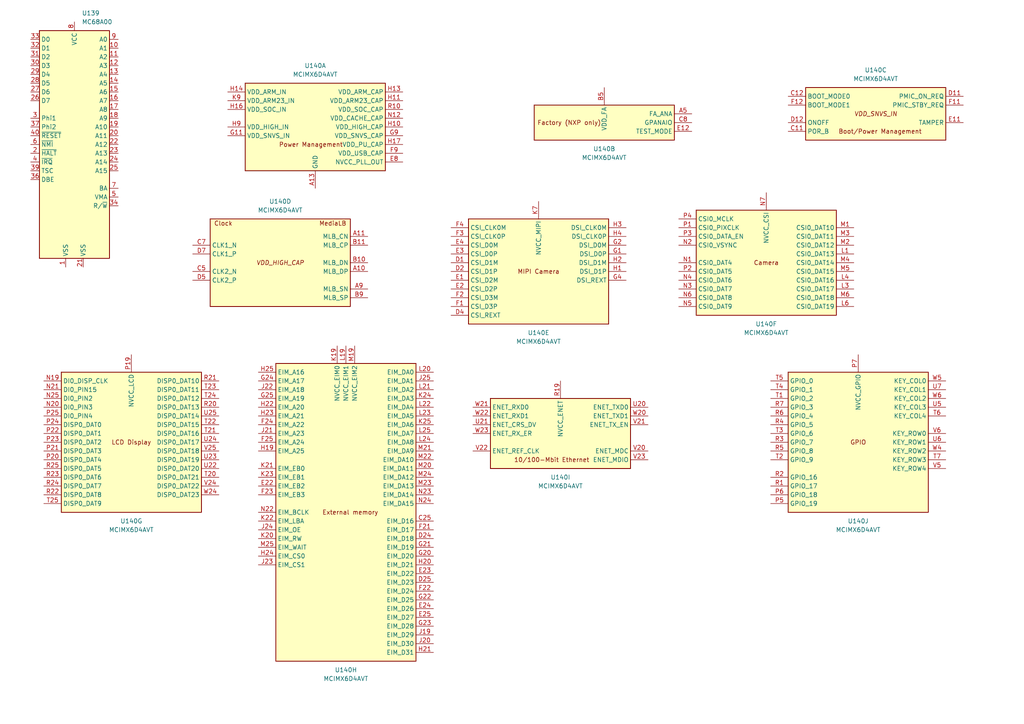
<source format=kicad_sch>
(kicad_sch (version 20250114) (generator "eeschema") (generator_version "9.0")
  (paper "A4")
  (symbol (lib_id "CPU_NXP_IMX:MCIMX6D4AVT") (at 38.1 128.27 0) (unit 7)
    (property "Reference" "U140" (at 38.1 151.13 0))
    (property "Value" "MCIMX6D4AVT" (at 38.1 153.67 0))
    (property "Footprint" "Package_BGA:BGA-624_21x21mm_Layout25x25_P0.8mm" (effects (hide yes)))
    (property "Datasheet" "https://www.nxp.com/docs/en/data-sheet/IMX6DQAEC.pdf" (effects (hide yes)))
    (property "Description" "i.MX 6Dual Automotive and Infotainment Application Processor, BGA-624" (effects (hide yes)))
  )
  (symbol (lib_id "CPU_NXP_IMX:MCIMX6D4AVT") (at 248.92 128.27 0) (unit 10)
    (property "Reference" "U140" (at 248.92 151.13 0))
    (property "Value" "MCIMX6D4AVT" (at 248.92 153.67 0))
    (property "Footprint" "Package_BGA:BGA-624_21x21mm_Layout25x25_P0.8mm" (effects (hide yes)))
    (property "Datasheet" "https://www.nxp.com/docs/en/data-sheet/IMX6DQAEC.pdf" (effects (hide yes)))
    (property "Description" "i.MX 6Dual Automotive and Infotainment Application Processor, BGA-624" (effects (hide yes)))
  )
  (symbol (lib_id "CPU_NXP_IMX:MCIMX6D4AVT") (at 91.44 36.83 0) (unit 1)
    (property "Reference" "U140" (at 91.44 19.05 0))
    (property "Value" "MCIMX6D4AVT" (at 91.44 21.59 0))
    (property "Footprint" "Package_BGA:BGA-624_21x21mm_Layout25x25_P0.8mm" (effects (hide yes)))
    (property "Datasheet" "https://www.nxp.com/docs/en/data-sheet/IMX6DQAEC.pdf" (effects (hide yes)))
    (property "Description" "i.MX 6Dual Automotive and Infotainment Application Processor, BGA-624" (effects (hide yes)))
  )
  (symbol (lib_id "CPU_NXP_IMX:MCIMX6D4AVT") (at 175.26 35.56 0) (unit 2)
    (property "Reference" "U140" (at 175.26 43.18 0))
    (property "Value" "MCIMX6D4AVT" (at 175.26 45.72 0))
    (property "Footprint" "Package_BGA:BGA-624_21x21mm_Layout25x25_P0.8mm" (effects (hide yes)))
    (property "Datasheet" "https://www.nxp.com/docs/en/data-sheet/IMX6DQAEC.pdf" (effects (hide yes)))
    (property "Description" "i.MX 6Dual Automotive and Infotainment Application Processor, BGA-624" (effects (hide yes)))
  )
  (symbol (lib_id "CPU_NXP_IMX:MCIMX6D4AVT") (at 222.25 76.2 0) (unit 6)
    (property "Reference" "U140" (at 222.25 93.98 0))
    (property "Value" "MCIMX6D4AVT" (at 222.25 96.52 0))
    (property "Footprint" "Package_BGA:BGA-624_21x21mm_Layout25x25_P0.8mm" (effects (hide yes)))
    (property "Datasheet" "https://www.nxp.com/docs/en/data-sheet/IMX6DQAEC.pdf" (effects (hide yes)))
    (property "Description" "i.MX 6Dual Automotive and Infotainment Application Processor, BGA-624" (effects (hide yes)))
  )
  (symbol (lib_id "CPU_NXP_IMX:MCIMX6D4AVT") (at 81.28 76.2 0) (unit 4)
    (property "Reference" "U140" (at 81.28 58.42 0))
    (property "Value" "MCIMX6D4AVT" (at 81.28 60.96 0))
    (property "Footprint" "Package_BGA:BGA-624_21x21mm_Layout25x25_P0.8mm" (effects (hide yes)))
    (property "Datasheet" "https://www.nxp.com/docs/en/data-sheet/IMX6DQAEC.pdf" (effects (hide yes)))
    (property "Description" "i.MX 6Dual Automotive and Infotainment Application Processor, BGA-624" (effects (hide yes)))
  )
  (symbol (lib_id "CPU_NXP_IMX:MCIMX6D4AVT") (at 156.21 78.74 0) (unit 5)
    (property "Reference" "U140" (at 156.21 96.52 0))
    (property "Value" "MCIMX6D4AVT" (at 156.21 99.06 0))
    (property "Footprint" "Package_BGA:BGA-624_21x21mm_Layout25x25_P0.8mm" (effects (hide yes)))
    (property "Datasheet" "https://www.nxp.com/docs/en/data-sheet/IMX6DQAEC.pdf" (effects (hide yes)))
    (property "Description" "i.MX 6Dual Automotive and Infotainment Application Processor, BGA-624" (effects (hide yes)))
  )
  (symbol (lib_id "CPU_NXP_IMX:MCIMX6D4AVT") (at 100.33 148.59 0) (unit 8)
    (property "Reference" "U140" (at 100.33 194.31 0))
    (property "Value" "MCIMX6D4AVT" (at 100.33 196.85 0))
    (property "Footprint" "Package_BGA:BGA-624_21x21mm_Layout25x25_P0.8mm" (effects (hide yes)))
    (property "Datasheet" "https://www.nxp.com/docs/en/data-sheet/IMX6DQAEC.pdf" (effects (hide yes)))
    (property "Description" "i.MX 6Dual Automotive and Infotainment Application Processor, BGA-624" (effects (hide yes)))
  )
  (symbol (lib_id "CPU_NXP_IMX:MCIMX6D4AVT") (at 162.56 125.73 0) (unit 9)
    (property "Reference" "U140" (at 162.56 138.43 0))
    (property "Value" "MCIMX6D4AVT" (at 162.56 140.97 0))
    (property "Footprint" "Package_BGA:BGA-624_21x21mm_Layout25x25_P0.8mm" (effects (hide yes)))
    (property "Datasheet" "https://www.nxp.com/docs/en/data-sheet/IMX6DQAEC.pdf" (effects (hide yes)))
    (property "Description" "i.MX 6Dual Automotive and Infotainment Application Processor, BGA-624" (effects (hide yes)))
  )
  (symbol (lib_id "CPU_NXP_IMX:MCIMX6D4AVT") (at 254 33.02 0) (unit 3)
    (property "Reference" "U140" (at 254 20.32 0))
    (property "Value" "MCIMX6D4AVT" (at 254 22.86 0))
    (property "Footprint" "Package_BGA:BGA-624_21x21mm_Layout25x25_P0.8mm" (effects (hide yes)))
    (property "Datasheet" "https://www.nxp.com/docs/en/data-sheet/IMX6DQAEC.pdf" (effects (hide yes)))
    (property "Description" "i.MX 6Dual Automotive and Infotainment Application Processor, BGA-624" (effects (hide yes)))
  )
  (symbol (lib_id "CPU_NXP_6800:MC68A00") (at 21.59 41.91 0) (unit 1)
    (property "Reference" "U139" (at 23.7333 3.81 0) (effects (justify left)))
    (property "Value" "MC68A00" (at 23.7333 6.35 0) (effects (justify left)))
    (property "Footprint" "Package_DIP:DIP-40_W15.24mm" (effects (hide yes)))
    (property "Datasheet" "http://pdf.datasheetcatalog.com/datasheet/motorola/MC68A00L.pdf" (effects (hide yes)))
    (property "Description" "8-Bit Microprocessing unit 1.5MHz, DIP-40" (effects (hide yes)))
  )
)
</source>
